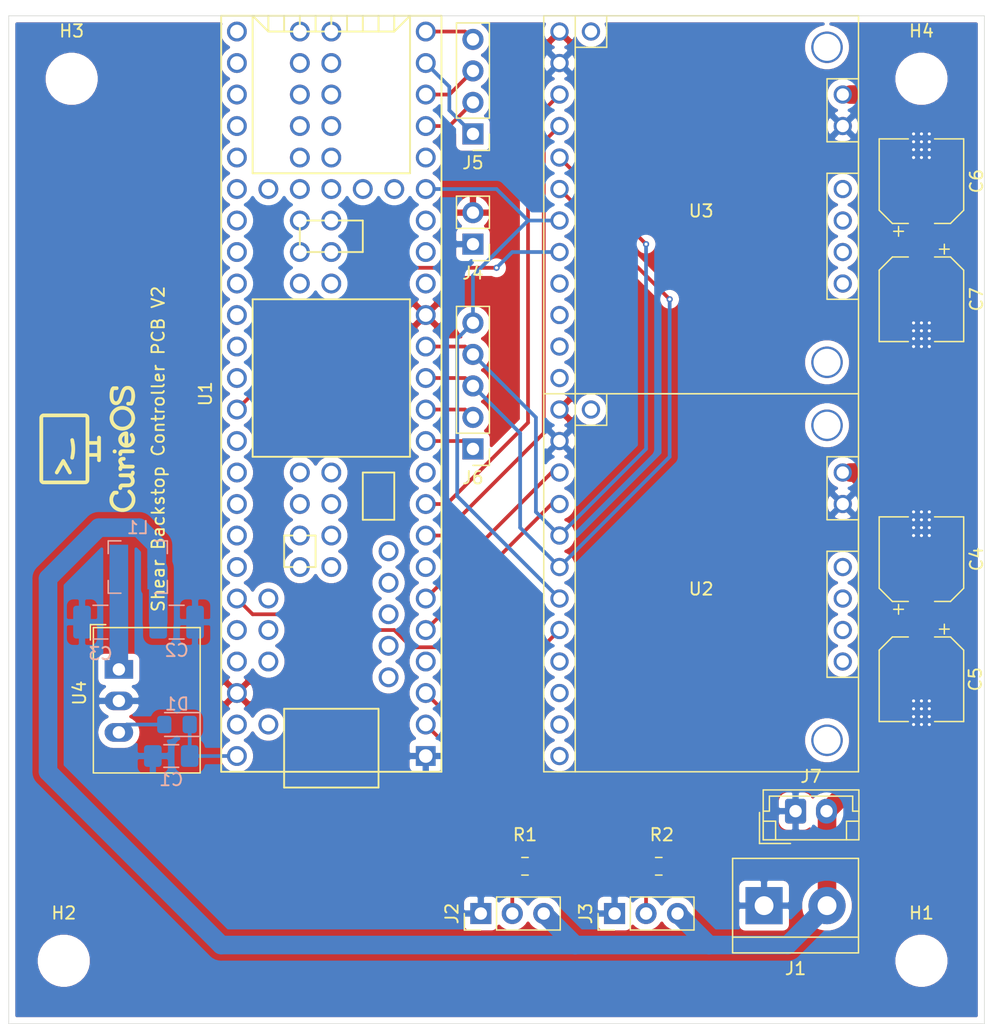
<source format=kicad_pcb>
(kicad_pcb (version 20171130) (host pcbnew 5.1.6)
  (layers (0 F.Cu signal) (31 B.Cu signal) (34 B.Paste user) (35 F.Paste user) (36 B.SilkS user) (37 F.SilkS user) (38 B.Mask user) (39 F.Mask user) (44 Edge.Cuts user))
  (net 0 "")
  (net 1 GND)
  (net 2 +3V3)
  (net 3 D\C)
  (net 4 CS3)
  (net 5 MOSI)
  (net 6 MISO)
  (net 7 CLK)
  (net 8 CS2)
  (net 9 CS1)
  (net 10 DIR2)
  (net 11 STEP2)
  (net 12 DIR1)
  (net 13 STEP1)
  (net 14 VDC)
  (net 15 END1)
  (net 16 END2)
  (net 17 XM)
  (net 18 YM)
  (net 19 XP)
  (net 20 YP)
  (net 21 +5V)
  (net 22 "Net-(C3-Pad1)")
  (net 23 "Net-(D1-Pad2)")
  (module CurieOS:CurieOS (layer F.Cu) (at 125.095 81.28 90)
    (fp_text reference G*** hide)
    (fp_text value LOGO hide)
  )
  (module Connector_JST:JST_EH_B2B-EH-A_1x02_P2.50mm_Vertical (layer F.Cu) (at 182.245 110.49)
    (fp_text reference J7 (at 1.25 -2.8) (layer F.SilkS))
    (fp_text value FAN)
    (pad 2 thru_hole oval (at 2.5 0) (size 1.7 2) (drill 1) (layers *.Cu *.Mask) (net 14 VDC))
    (pad 1 thru_hole roundrect (at 0 0) (size 1.7 2) (drill 1) (layers *.Cu *.Mask) (roundrect_rratio 0.147059) (net 1 GND))
  )
  (module AMIS30542:AMIS30542 (layer F.Cu) (at 174.625 92.075)
    (fp_text reference U2 (at 0 0.5) (layer F.SilkS))
    (fp_text value AMIS30542)
    (pad "" thru_hole circle (at 10.16 -12.7) (size 2.54 2.54) (drill 2.18) (layers *.Cu *.Mask))
    (pad "" thru_hole circle (at 10.16 12.7) (size 2.54 2.54) (drill 2.18) (layers *.Cu *.Mask))
    (pad 1 thru_hole circle (at -8.89 -13.97) (size 1.47 1.47) (drill 1) (layers *.Cu *.Mask))
    (pad 2 thru_hole circle (at -11.43 -13.97) (size 1.47 1.47) (drill 1) (layers *.Cu *.Mask) (net 2 +3V3))
    (pad 3 thru_hole circle (at -11.43 -11.43) (size 1.47 1.47) (drill 1) (layers *.Cu *.Mask) (net 1 GND))
    (pad 4 thru_hole circle (at -11.43 -8.89) (size 1.47 1.47) (drill 1) (layers *.Cu *.Mask) (net 13 STEP1))
    (pad 5 thru_hole circle (at -11.43 -6.35) (size 1.47 1.47) (drill 1) (layers *.Cu *.Mask) (net 12 DIR1))
    (pad 6 thru_hole circle (at -11.43 -3.81) (size 1.47 1.47) (drill 1) (layers *.Cu *.Mask) (net 6 MISO))
    (pad 7 thru_hole circle (at -11.43 -1.27) (size 1.47 1.47) (drill 1) (layers *.Cu *.Mask) (net 5 MOSI))
    (pad 8 thru_hole circle (at -11.43 1.27) (size 1.47 1.47) (drill 1) (layers *.Cu *.Mask) (net 7 CLK))
    (pad 9 thru_hole circle (at -11.43 3.81) (size 1.47 1.47) (drill 1) (layers *.Cu *.Mask) (net 4 CS3))
    (pad 10 thru_hole circle (at -11.43 6.35) (size 1.47 1.47) (drill 1) (layers *.Cu *.Mask))
    (pad 11 thru_hole circle (at -11.43 8.89) (size 1.47 1.47) (drill 1) (layers *.Cu *.Mask))
    (pad 12 thru_hole circle (at -11.43 11.43) (size 1.47 1.47) (drill 1) (layers *.Cu *.Mask))
    (pad 13 thru_hole circle (at -11.43 13.97) (size 1.47 1.47) (drill 1) (layers *.Cu *.Mask))
    (pad 14 thru_hole circle (at 11.43 -8.89) (size 1.47 1.47) (drill 1) (layers *.Cu *.Mask) (net 14 VDC))
    (pad 15 thru_hole circle (at 11.43 -6.35) (size 1.47 1.47) (drill 1) (layers *.Cu *.Mask) (net 1 GND))
    (pad 16 thru_hole circle (at 11.43 -1.27) (size 1.47 1.47) (drill 1) (layers *.Cu *.Mask))
    (pad 17 thru_hole circle (at 11.43 1.27) (size 1.47 1.47) (drill 1) (layers *.Cu *.Mask))
    (pad 18 thru_hole circle (at 11.43 3.81) (size 1.47 1.47) (drill 1) (layers *.Cu *.Mask))
    (pad 19 thru_hole circle (at 11.43 6.35) (size 1.47 1.47) (drill 1) (layers *.Cu *.Mask))
  )
  (module Connector_PinHeader_2.54mm:PinHeader_1x03_P2.54mm_Vertical (layer F.Cu) (at 167.64 118.745 90)
    (fp_text reference J3 (at 0 -2.33 90) (layer F.SilkS))
    (fp_text value ENDSTOP2)
    (pad 3 thru_hole oval (at 0 5.08 90) (size 1.7 1.7) (drill 1) (layers *.Cu *.Mask) (net 14 VDC))
    (pad 2 thru_hole oval (at 0 2.54 90) (size 1.7 1.7) (drill 1) (layers *.Cu *.Mask) (net 16 END2))
    (pad 1 thru_hole rect (at 0 0 90) (size 1.7 1.7) (drill 1) (layers *.Cu *.Mask) (net 1 GND))
  )
  (module Connector_PinHeader_2.54mm:PinHeader_1x03_P2.54mm_Vertical (layer F.Cu) (at 156.845 118.745 90)
    (fp_text reference J2 (at 0 -2.33 90) (layer F.SilkS))
    (fp_text value ENDSTOP1)
    (pad 3 thru_hole oval (at 0 5.08 90) (size 1.7 1.7) (drill 1) (layers *.Cu *.Mask) (net 14 VDC))
    (pad 2 thru_hole oval (at 0 2.54 90) (size 1.7 1.7) (drill 1) (layers *.Cu *.Mask) (net 15 END1))
    (pad 1 thru_hole rect (at 0 0 90) (size 1.7 1.7) (drill 1) (layers *.Cu *.Mask) (net 1 GND))
  )
  (module Connector_PinHeader_2.54mm:PinHeader_1x05_P2.54mm_Vertical (layer F.Cu) (at 156.21 81.28 180)
    (fp_text reference J6 (at 0 -2.33) (layer F.SilkS))
    (fp_text value LCD_SPI)
    (pad 5 thru_hole oval (at 0 10.16 180) (size 1.7 1.7) (drill 1) (layers *.Cu *.Mask) (net 7 CLK))
    (pad 4 thru_hole oval (at 0 7.62 180) (size 1.7 1.7) (drill 1) (layers *.Cu *.Mask) (net 6 MISO))
    (pad 3 thru_hole oval (at 0 5.08 180) (size 1.7 1.7) (drill 1) (layers *.Cu *.Mask) (net 5 MOSI))
    (pad 2 thru_hole oval (at 0 2.54 180) (size 1.7 1.7) (drill 1) (layers *.Cu *.Mask) (net 9 CS1))
    (pad 1 thru_hole rect (at 0 0 180) (size 1.7 1.7) (drill 1) (layers *.Cu *.Mask) (net 3 D\C))
  )
  (module Connector_PinHeader_2.54mm:PinHeader_1x04_P2.54mm_Vertical (layer F.Cu) (at 156.21 55.88 180)
    (fp_text reference J5 (at 0 -2.33) (layer F.SilkS))
    (fp_text value LCD_TOUCH)
    (pad 4 thru_hole oval (at 0 7.62 180) (size 1.7 1.7) (drill 1) (layers *.Cu *.Mask) (net 17 XM))
    (pad 3 thru_hole oval (at 0 5.08 180) (size 1.7 1.7) (drill 1) (layers *.Cu *.Mask) (net 18 YM))
    (pad 2 thru_hole oval (at 0 2.54 180) (size 1.7 1.7) (drill 1) (layers *.Cu *.Mask) (net 19 XP))
    (pad 1 thru_hole rect (at 0 0 180) (size 1.7 1.7) (drill 1) (layers *.Cu *.Mask) (net 20 YP))
  )
  (module Connector_PinHeader_2.54mm:PinHeader_1x02_P2.54mm_Vertical (layer F.Cu) (at 156.21 64.77 180)
    (fp_text reference J4 (at 0 -2.33) (layer F.SilkS))
    (fp_text value LCD_POWER)
    (pad 2 thru_hole oval (at 0 2.54 180) (size 1.7 1.7) (drill 1) (layers *.Cu *.Mask) (net 2 +3V3))
    (pad 1 thru_hole rect (at 0 0 180) (size 1.7 1.7) (drill 1) (layers *.Cu *.Mask) (net 1 GND))
  )
  (module Capacitor_SMD:CP_Elec_6.3x3 (layer F.Cu) (at 192.405 69.215 270)
    (fp_text reference C7 (at 0 -4.445 90) (layer F.SilkS))
    (fp_text value 47uF)
    (pad 2 smd roundrect (at 2.7 0 270) (size 3.5 1.6) (layers F.Cu F.Paste F.Mask) (roundrect_rratio 0.15625) (net 1 GND))
    (pad 1 smd roundrect (at -2.7 0 270) (size 3.5 1.6) (layers F.Cu F.Paste F.Mask) (roundrect_rratio 0.15625) (net 14 VDC))
  )
  (module Capacitor_SMD:CP_Elec_6.3x3 (layer F.Cu) (at 192.405 59.69 90)
    (fp_text reference C6 (at 0 4.445 90) (layer F.SilkS))
    (fp_text value 10uF)
    (pad 2 smd roundrect (at 2.7 0 90) (size 3.5 1.6) (layers F.Cu F.Paste F.Mask) (roundrect_rratio 0.15625) (net 1 GND))
    (pad 1 smd roundrect (at -2.7 0 90) (size 3.5 1.6) (layers F.Cu F.Paste F.Mask) (roundrect_rratio 0.15625) (net 14 VDC))
  )
  (module Capacitor_SMD:CP_Elec_6.3x3 (layer F.Cu) (at 192.405 99.855 270)
    (fp_text reference C5 (at 0 -4.35 90) (layer F.SilkS))
    (fp_text value 46uF)
    (pad 2 smd roundrect (at 2.7 0 270) (size 3.5 1.6) (layers F.Cu F.Paste F.Mask) (roundrect_rratio 0.15625) (net 1 GND))
    (pad 1 smd roundrect (at -2.7 0 270) (size 3.5 1.6) (layers F.Cu F.Paste F.Mask) (roundrect_rratio 0.15625) (net 14 VDC))
  )
  (module Capacitor_SMD:CP_Elec_6.3x3 (layer F.Cu) (at 192.405 90.17 90)
    (fp_text reference C4 (at 0 4.445 90) (layer F.SilkS))
    (fp_text value 10uF)
    (pad 2 smd roundrect (at 2.7 0 90) (size 3.5 1.6) (layers F.Cu F.Paste F.Mask) (roundrect_rratio 0.15625) (net 1 GND))
    (pad 1 smd roundrect (at -2.7 0 90) (size 3.5 1.6) (layers F.Cu F.Paste F.Mask) (roundrect_rratio 0.15625) (net 14 VDC))
  )
  (module Capacitor_SMD:C_1210_3225Metric_Pad1.42x2.65mm_HandSolder (layer B.Cu) (at 126.1475 95.25 180)
    (fp_text reference C3 (at 0 -2.54 180) (layer B.SilkS) (effects (justify mirror)))
    (fp_text value 3.3uF)
    (pad 2 smd roundrect (at 1.4875 0 180) (size 1.425 2.65) (layers B.Cu B.Paste B.Mask) (roundrect_rratio 0.175439) (net 1 GND))
    (pad 1 smd roundrect (at -1.4875 0 180) (size 1.425 2.65) (layers B.Cu B.Paste B.Mask) (roundrect_rratio 0.175439) (net 22 "Net-(C3-Pad1)"))
  )
  (module Capacitor_SMD:C_1210_3225Metric_Pad1.42x2.65mm_HandSolder (layer B.Cu) (at 132.2975 95.25)
    (fp_text reference C2 (at 0 2.28 180) (layer B.SilkS) (effects (justify mirror)))
    (fp_text value 10uF)
    (pad 2 smd roundrect (at 1.4875 0) (size 1.425 2.65) (layers B.Cu B.Paste B.Mask) (roundrect_rratio 0.175439) (net 1 GND))
    (pad 1 smd roundrect (at -1.4875 0) (size 1.425 2.65) (layers B.Cu B.Paste B.Mask) (roundrect_rratio 0.175439) (net 14 VDC))
  )
  (module Capacitor_SMD:C_1206_3216Metric_Pad1.42x1.75mm_HandSolder (layer B.Cu) (at 131.8625 106.045 180)
    (fp_text reference C1 (at 0 -1.905) (layer B.SilkS) (effects (justify mirror)))
    (fp_text value 10uF)
    (pad 2 smd roundrect (at 1.4875 0 180) (size 1.425 1.75) (layers B.Cu B.Paste B.Mask) (roundrect_rratio 0.175439) (net 1 GND))
    (pad 1 smd roundrect (at -1.4875 0 180) (size 1.425 1.75) (layers B.Cu B.Paste B.Mask) (roundrect_rratio 0.175439) (net 21 +5V))
  )
  (module MountingHole:MountingHole_3.2mm_M3_ISO7380 (layer F.Cu) (at 192.405 51.435)
    (fp_text reference H4 (at 0 -3.85) (layer F.SilkS))
    (fp_text value MountingHole)
    (pad 1 np_thru_hole circle (at 0 0) (size 3.2 3.2) (drill 3.2) (layers *.Cu *.Mask))
  )
  (module MountingHole:MountingHole_3.2mm_M3_ISO7380 (layer F.Cu) (at 123.825 51.435)
    (fp_text reference H3 (at 0 -3.85) (layer F.SilkS))
    (fp_text value MountingHole)
    (pad 1 np_thru_hole circle (at 0 0) (size 3.2 3.2) (drill 3.2) (layers *.Cu *.Mask))
  )
  (module MountingHole:MountingHole_3.2mm_M3_ISO7380 (layer F.Cu) (at 123.19 122.555)
    (fp_text reference H2 (at 0 -3.85) (layer F.SilkS))
    (fp_text value MountingHole)
    (pad 1 np_thru_hole circle (at 0 0) (size 3.2 3.2) (drill 3.2) (layers *.Cu *.Mask))
  )
  (module MountingHole:MountingHole_3.2mm_M3_ISO7380 (layer F.Cu) (at 192.405 122.555)
    (fp_text reference H1 (at 0 -3.85) (layer F.SilkS))
    (fp_text value MountingHole)
    (pad 1 np_thru_hole circle (at 0 0) (size 3.2 3.2) (drill 3.2) (layers *.Cu *.Mask))
  )
  (module teensy:Teensy35_36 (layer F.Cu) (at 144.78 76.835 90)
    (fp_text reference U1 (at 0 -10.16 90) (layer F.SilkS))
    (fp_text value Teensy3.5)
    (pad 17 thru_hole circle (at 11.43 7.62 90) (size 1.6 1.6) (drill 1.1) (layers *.Cu *.Mask))
    (pad 18 thru_hole circle (at 13.97 7.62 90) (size 1.6 1.6) (drill 1.1) (layers *.Cu *.Mask))
    (pad 19 thru_hole circle (at 16.51 7.62 90) (size 1.6 1.6) (drill 1.1) (layers *.Cu *.Mask) (net 7 CLK))
    (pad 20 thru_hole circle (at 19.05 7.62 90) (size 1.6 1.6) (drill 1.1) (layers *.Cu *.Mask))
    (pad 16 thru_hole circle (at 8.89 7.62 90) (size 1.6 1.6) (drill 1.1) (layers *.Cu *.Mask))
    (pad 15 thru_hole circle (at 6.35 7.62 90) (size 1.6 1.6) (drill 1.1) (layers *.Cu *.Mask) (net 2 +3V3))
    (pad 14 thru_hole circle (at 3.81 7.62 90) (size 1.6 1.6) (drill 1.1) (layers *.Cu *.Mask) (net 6 MISO))
    (pad 21 thru_hole circle (at 21.59 7.62 90) (size 1.6 1.6) (drill 1.1) (layers *.Cu *.Mask) (net 19 XP))
    (pad 22 thru_hole circle (at 24.13 7.62 90) (size 1.6 1.6) (drill 1.1) (layers *.Cu *.Mask) (net 18 YM))
    (pad 23 thru_hole circle (at 26.67 7.62 90) (size 1.6 1.6) (drill 1.1) (layers *.Cu *.Mask) (net 20 YP))
    (pad 24 thru_hole circle (at 29.21 7.62 90) (size 1.6 1.6) (drill 1.1) (layers *.Cu *.Mask) (net 17 XM))
    (pad 25 thru_hole circle (at 16.51 5.08 90) (size 1.6 1.6) (drill 1.1) (layers *.Cu *.Mask))
    (pad 26 thru_hole circle (at 16.51 2.54 90) (size 1.6 1.6) (drill 1.1) (layers *.Cu *.Mask))
    (pad 27 thru_hole circle (at 16.51 0 90) (size 1.6 1.6) (drill 1.1) (layers *.Cu *.Mask))
    (pad 28 thru_hole circle (at 16.51 -2.54 90) (size 1.6 1.6) (drill 1.1) (layers *.Cu *.Mask))
    (pad 29 thru_hole circle (at 16.51 -5.08 90) (size 1.6 1.6) (drill 1.1) (layers *.Cu *.Mask))
    (pad 30 thru_hole circle (at 29.21 -7.62 90) (size 1.6 1.6) (drill 1.1) (layers *.Cu *.Mask))
    (pad 31 thru_hole circle (at 26.67 -7.62 90) (size 1.6 1.6) (drill 1.1) (layers *.Cu *.Mask))
    (pad 32 thru_hole circle (at 24.13 -7.62 90) (size 1.6 1.6) (drill 1.1) (layers *.Cu *.Mask))
    (pad 33 thru_hole circle (at 21.59 -7.62 90) (size 1.6 1.6) (drill 1.1) (layers *.Cu *.Mask))
    (pad 34 thru_hole circle (at 19.05 -7.62 90) (size 1.6 1.6) (drill 1.1) (layers *.Cu *.Mask))
    (pad 35 thru_hole circle (at 16.51 -7.62 90) (size 1.6 1.6) (drill 1.1) (layers *.Cu *.Mask))
    (pad 36 thru_hole circle (at 13.97 -7.62 90) (size 1.6 1.6) (drill 1.1) (layers *.Cu *.Mask))
    (pad 37 thru_hole circle (at 11.43 -7.62 90) (size 1.6 1.6) (drill 1.1) (layers *.Cu *.Mask))
    (pad 13 thru_hole circle (at 1.27 7.62 90) (size 1.6 1.6) (drill 1.1) (layers *.Cu *.Mask) (net 5 MOSI))
    (pad 12 thru_hole circle (at -1.27 7.62 90) (size 1.6 1.6) (drill 1.1) (layers *.Cu *.Mask) (net 9 CS1))
    (pad 11 thru_hole circle (at -3.81 7.62 90) (size 1.6 1.6) (drill 1.1) (layers *.Cu *.Mask) (net 3 D\C))
    (pad 10 thru_hole circle (at -6.35 7.62 90) (size 1.6 1.6) (drill 1.1) (layers *.Cu *.Mask))
    (pad 9 thru_hole circle (at -8.89 7.62 90) (size 1.6 1.6) (drill 1.1) (layers *.Cu *.Mask) (net 11 STEP2))
    (pad 8 thru_hole circle (at -11.43 7.62 90) (size 1.6 1.6) (drill 1.1) (layers *.Cu *.Mask) (net 10 DIR2))
    (pad 7 thru_hole circle (at -13.97 7.62 90) (size 1.6 1.6) (drill 1.1) (layers *.Cu *.Mask))
    (pad 6 thru_hole circle (at -16.51 7.62 90) (size 1.6 1.6) (drill 1.1) (layers *.Cu *.Mask) (net 13 STEP1))
    (pad 5 thru_hole circle (at -19.05 7.62 90) (size 1.6 1.6) (drill 1.1) (layers *.Cu *.Mask) (net 12 DIR1))
    (pad 4 thru_hole circle (at -21.59 7.62 90) (size 1.6 1.6) (drill 1.1) (layers *.Cu *.Mask))
    (pad 3 thru_hole circle (at -24.13 7.62 90) (size 1.6 1.6) (drill 1.1) (layers *.Cu *.Mask) (net 16 END2))
    (pad 2 thru_hole circle (at -26.67 7.62 90) (size 1.6 1.6) (drill 1.1) (layers *.Cu *.Mask) (net 15 END1))
    (pad 1 thru_hole rect (at -29.21 7.62 90) (size 1.6 1.6) (drill 1.1) (layers *.Cu *.Mask) (net 1 GND))
    (pad 38 thru_hole circle (at 8.89 -7.62 90) (size 1.6 1.6) (drill 1.1) (layers *.Cu *.Mask))
    (pad 39 thru_hole circle (at 6.35 -7.62 90) (size 1.6 1.6) (drill 1.1) (layers *.Cu *.Mask))
    (pad 40 thru_hole circle (at 3.81 -7.62 90) (size 1.6 1.6) (drill 1.1) (layers *.Cu *.Mask))
    (pad 41 thru_hole circle (at 1.27 -7.62 90) (size 1.6 1.6) (drill 1.1) (layers *.Cu *.Mask))
    (pad 42 thru_hole circle (at -1.27 -7.62 90) (size 1.6 1.6) (drill 1.1) (layers *.Cu *.Mask) (net 8 CS2))
    (pad 43 thru_hole circle (at -3.81 -7.62 90) (size 1.6 1.6) (drill 1.1) (layers *.Cu *.Mask))
    (pad 44 thru_hole circle (at -6.35 -7.62 90) (size 1.6 1.6) (drill 1.1) (layers *.Cu *.Mask))
    (pad 45 thru_hole circle (at -8.89 -7.62 90) (size 1.6 1.6) (drill 1.1) (layers *.Cu *.Mask))
    (pad 46 thru_hole circle (at -11.43 -7.62 90) (size 1.6 1.6) (drill 1.1) (layers *.Cu *.Mask))
    (pad 47 thru_hole circle (at -13.97 -7.62 90) (size 1.6 1.6) (drill 1.1) (layers *.Cu *.Mask))
    (pad 48 thru_hole circle (at -16.51 -7.62 90) (size 1.6 1.6) (drill 1.1) (layers *.Cu *.Mask) (net 4 CS3))
    (pad 49 thru_hole circle (at -19.05 -7.62 90) (size 1.6 1.6) (drill 1.1) (layers *.Cu *.Mask))
    (pad 50 thru_hole circle (at -21.59 -7.62 90) (size 1.6 1.6) (drill 1.1) (layers *.Cu *.Mask))
    (pad 51 thru_hole circle (at -24.13 -7.62 90) (size 1.6 1.6) (drill 1.1) (layers *.Cu *.Mask) (net 2 +3V3))
    (pad 52 thru_hole circle (at -26.67 -7.62 90) (size 1.6 1.6) (drill 1.1) (layers *.Cu *.Mask))
    (pad 53 thru_hole circle (at -29.21 -7.62 90) (size 1.6 1.6) (drill 1.1) (layers *.Cu *.Mask) (net 21 +5V))
    (pad 54 thru_hole circle (at -26.67 -5.08 90) (size 1.6 1.6) (drill 1.1) (layers *.Cu *.Mask))
    (pad 55 thru_hole circle (at -21.59 -5.08 90) (size 1.6 1.6) (drill 1.1) (layers *.Cu *.Mask))
    (pad 56 thru_hole circle (at -19.05 -5.08 90) (size 1.6 1.6) (drill 1.1) (layers *.Cu *.Mask))
    (pad 57 thru_hole circle (at -16.51 -5.08 90) (size 1.6 1.6) (drill 1.1) (layers *.Cu *.Mask))
    (pad 63 thru_hole circle (at -13.97 0 90) (size 1.6 1.6) (drill 1.1) (layers *.Cu *.Mask))
    (pad 64 thru_hole circle (at -11.43 0 90) (size 1.6 1.6) (drill 1.1) (layers *.Cu *.Mask))
    (pad 65 thru_hole circle (at -8.89 0 90) (size 1.6 1.6) (drill 1.1) (layers *.Cu *.Mask))
    (pad 66 thru_hole circle (at -6.35 0 90) (size 1.6 1.6) (drill 1.1) (layers *.Cu *.Mask))
    (pad 67 thru_hole circle (at 8.89 0 90) (size 1.6 1.6) (drill 1.1) (layers *.Cu *.Mask))
    (pad 68 thru_hole circle (at 11.43 0 90) (size 1.6 1.6) (drill 1.1) (layers *.Cu *.Mask))
    (pad 69 thru_hole circle (at 13.97 0 90) (size 1.6 1.6) (drill 1.1) (layers *.Cu *.Mask))
    (pad 70 thru_hole circle (at 19.05 0 90) (size 1.6 1.6) (drill 1.1) (layers *.Cu *.Mask))
    (pad 71 thru_hole circle (at 21.59 0 90) (size 1.6 1.6) (drill 1.1) (layers *.Cu *.Mask))
    (pad 72 thru_hole circle (at 24.13 0 90) (size 1.6 1.6) (drill 1.1) (layers *.Cu *.Mask))
    (pad 73 thru_hole circle (at 26.67 0 90) (size 1.6 1.6) (drill 1.1) (layers *.Cu *.Mask))
    (pad 74 thru_hole circle (at 29.21 0 90) (size 1.6 1.6) (drill 1.1) (layers *.Cu *.Mask))
    (pad 75 thru_hole circle (at 29.21 -2.54 90) (size 1.6 1.6) (drill 1.1) (layers *.Cu *.Mask))
    (pad 76 thru_hole circle (at 26.67 -2.54 90) (size 1.6 1.6) (drill 1.1) (layers *.Cu *.Mask))
    (pad 77 thru_hole circle (at 24.13 -2.54 90) (size 1.6 1.6) (drill 1.1) (layers *.Cu *.Mask))
    (pad 78 thru_hole circle (at 21.59 -2.54 90) (size 1.6 1.6) (drill 1.1) (layers *.Cu *.Mask))
    (pad 79 thru_hole circle (at 19.05 -2.54 90) (size 1.6 1.6) (drill 1.1) (layers *.Cu *.Mask))
    (pad 80 thru_hole circle (at 13.97 -2.54 90) (size 1.6 1.6) (drill 1.1) (layers *.Cu *.Mask))
    (pad 81 thru_hole circle (at 11.43 -2.54 90) (size 1.6 1.6) (drill 1.1) (layers *.Cu *.Mask))
    (pad 82 thru_hole circle (at 8.89 -2.54 90) (size 1.6 1.6) (drill 1.1) (layers *.Cu *.Mask))
    (pad 83 thru_hole circle (at -6.35 -2.54 90) (size 1.6 1.6) (drill 1.1) (layers *.Cu *.Mask))
    (pad 84 thru_hole circle (at -8.89 -2.54 90) (size 1.6 1.6) (drill 1.1) (layers *.Cu *.Mask))
    (pad 85 thru_hole circle (at -11.43 -2.54 90) (size 1.6 1.6) (drill 1.1) (layers *.Cu *.Mask))
    (pad 86 thru_hole circle (at -13.97 -2.54 90) (size 1.6 1.6) (drill 1.1) (layers *.Cu *.Mask))
    (pad 58 thru_hole circle (at -22.86 4.62 90) (size 1.6 1.6) (drill 1.1) (layers *.Cu *.Mask))
    (pad 59 thru_hole circle (at -20.32 4.62 90) (size 1.6 1.6) (drill 1.1) (layers *.Cu *.Mask))
    (pad 60 thru_hole circle (at -17.78 4.62 90) (size 1.6 1.6) (drill 1.1) (layers *.Cu *.Mask))
    (pad 61 thru_hole circle (at -15.24 4.62 90) (size 1.6 1.6) (drill 1.1) (layers *.Cu *.Mask))
    (pad 62 thru_hole circle (at -12.7 4.62 90) (size 1.6 1.6) (drill 1.1) (layers *.Cu *.Mask))
  )
  (module Converter_DCDC:Converter_DCDC_RECOM_R-78E-0.5_THT (layer F.Cu) (at 127.635 99.06 270)
    (fp_text reference U4 (at 1.905 3.175 90) (layer F.SilkS))
    (fp_text value R-785.0-1.0)
    (pad 3 thru_hole oval (at 5.08 0 270) (size 1.5 2.3) (drill 1) (layers *.Cu *.Mask) (net 23 "Net-(D1-Pad2)"))
    (pad 2 thru_hole oval (at 2.54 0 270) (size 1.5 2.3) (drill 1) (layers *.Cu *.Mask) (net 1 GND))
    (pad 1 thru_hole rect (at 0 0 270) (size 1.5 2.3) (drill 1) (layers *.Cu *.Mask) (net 22 "Net-(C3-Pad1)"))
  )
  (module Resistor_SMD:R_0805_2012Metric_Pad1.15x1.40mm_HandSolder (layer F.Cu) (at 171.205 114.935 180)
    (fp_text reference R2 (at -0.245 2.54) (layer F.SilkS))
    (fp_text value 4k7)
    (pad 2 smd roundrect (at 1.025 0 180) (size 1.15 1.4) (layers F.Cu F.Paste F.Mask) (roundrect_rratio 0.217391) (net 16 END2))
    (pad 1 smd roundrect (at -1.025 0 180) (size 1.15 1.4) (layers F.Cu F.Paste F.Mask) (roundrect_rratio 0.217391) (net 2 +3V3))
  )
  (module Resistor_SMD:R_0805_2012Metric_Pad1.15x1.40mm_HandSolder (layer F.Cu) (at 160.41 114.935 180)
    (fp_text reference R1 (at 0 2.54) (layer F.SilkS))
    (fp_text value 4k7)
    (pad 2 smd roundrect (at 1.025 0 180) (size 1.15 1.4) (layers F.Cu F.Paste F.Mask) (roundrect_rratio 0.217391) (net 15 END1))
    (pad 1 smd roundrect (at -1.025 0 180) (size 1.15 1.4) (layers F.Cu F.Paste F.Mask) (roundrect_rratio 0.217391) (net 2 +3V3))
  )
  (module Inductor_SMD:L_Bourns-SRN4018 (layer B.Cu) (at 129.16 90.805 180)
    (fp_text reference L1 (at 0 3.175 180) (layer B.SilkS) (effects (justify mirror)))
    (fp_text value 5.6uH)
    (pad 2 smd rect (at 1.525 0 180) (size 1.5 3.6) (layers B.Cu B.Paste B.Mask) (net 22 "Net-(C3-Pad1)"))
    (pad 1 smd rect (at -1.525 0 180) (size 1.5 3.6) (layers B.Cu B.Paste B.Mask) (net 14 VDC))
  )
  (module Diode_SMD:D_0805_2012Metric_Pad1.15x1.40mm_HandSolder (layer B.Cu) (at 132.325 103.505 180)
    (fp_text reference D1 (at 0 1.65) (layer B.SilkS) (effects (justify mirror)))
    (fp_text value D_Schottky)
    (pad 2 smd roundrect (at 1.025 0 180) (size 1.15 1.4) (layers B.Cu B.Paste B.Mask) (roundrect_rratio 0.217391) (net 23 "Net-(D1-Pad2)"))
    (pad 1 smd roundrect (at -1.025 0 180) (size 1.15 1.4) (layers B.Cu B.Paste B.Mask) (roundrect_rratio 0.217391) (net 21 +5V))
  )
  (module TerminalBlock:TerminalBlock_bornier-2_P5.08mm (layer F.Cu) (at 179.705 118.11)
    (fp_text reference J1 (at 2.54 5.08) (layer F.SilkS))
    (fp_text value VIN)
    (pad 2 thru_hole circle (at 5.08 0) (size 3 3) (drill 1.52) (layers *.Cu *.Mask) (net 14 VDC))
    (pad 1 thru_hole rect (at 0 0) (size 3 3) (drill 1.52) (layers *.Cu *.Mask) (net 1 GND))
  )
  (module AMIS30542:AMIS30542 (layer F.Cu) (at 174.625 61.595)
    (fp_text reference U3 (at 0 0.5) (layer F.SilkS))
    (fp_text value AMIS30542)
    (pad 19 thru_hole circle (at 11.43 6.35) (size 1.47 1.47) (drill 1) (layers *.Cu *.Mask))
    (pad 18 thru_hole circle (at 11.43 3.81) (size 1.47 1.47) (drill 1) (layers *.Cu *.Mask))
    (pad 17 thru_hole circle (at 11.43 1.27) (size 1.47 1.47) (drill 1) (layers *.Cu *.Mask))
    (pad 16 thru_hole circle (at 11.43 -1.27) (size 1.47 1.47) (drill 1) (layers *.Cu *.Mask))
    (pad 15 thru_hole circle (at 11.43 -6.35) (size 1.47 1.47) (drill 1) (layers *.Cu *.Mask) (net 1 GND))
    (pad 14 thru_hole circle (at 11.43 -8.89) (size 1.47 1.47) (drill 1) (layers *.Cu *.Mask) (net 14 VDC))
    (pad 13 thru_hole circle (at -11.43 13.97) (size 1.47 1.47) (drill 1) (layers *.Cu *.Mask))
    (pad 12 thru_hole circle (at -11.43 11.43) (size 1.47 1.47) (drill 1) (layers *.Cu *.Mask))
    (pad 11 thru_hole circle (at -11.43 8.89) (size 1.47 1.47) (drill 1) (layers *.Cu *.Mask))
    (pad 10 thru_hole circle (at -11.43 6.35) (size 1.47 1.47) (drill 1) (layers *.Cu *.Mask))
    (pad 9 thru_hole circle (at -11.43 3.81) (size 1.47 1.47) (drill 1) (layers *.Cu *.Mask) (net 8 CS2))
    (pad 8 thru_hole circle (at -11.43 1.27) (size 1.47 1.47) (drill 1) (layers *.Cu *.Mask) (net 7 CLK))
    (pad 7 thru_hole circle (at -11.43 -1.27) (size 1.47 1.47) (drill 1) (layers *.Cu *.Mask) (net 5 MOSI))
    (pad 6 thru_hole circle (at -11.43 -3.81) (size 1.47 1.47) (drill 1) (layers *.Cu *.Mask) (net 6 MISO))
    (pad 5 thru_hole circle (at -11.43 -6.35) (size 1.47 1.47) (drill 1) (layers *.Cu *.Mask) (net 10 DIR2))
    (pad 4 thru_hole circle (at -11.43 -8.89) (size 1.47 1.47) (drill 1) (layers *.Cu *.Mask) (net 11 STEP2))
    (pad 3 thru_hole circle (at -11.43 -11.43) (size 1.47 1.47) (drill 1) (layers *.Cu *.Mask) (net 1 GND))
    (pad 2 thru_hole circle (at -11.43 -13.97) (size 1.47 1.47) (drill 1) (layers *.Cu *.Mask) (net 2 +3V3))
    (pad 1 thru_hole circle (at -8.89 -13.97) (size 1.47 1.47) (drill 1) (layers *.Cu *.Mask))
    (pad "" thru_hole circle (at 10.16 12.7) (size 2.54 2.54) (drill 2.18) (layers *.Cu *.Mask))
    (pad "" thru_hole circle (at 10.16 -12.7) (size 2.54 2.54) (drill 2.18) (layers *.Cu *.Mask))
  )
  (gr_text "Shear Backstop Controller PCB V2" (at 130.81 81.28 90) (layer F.SilkS) (effects (font (size 1 1))))
  (gr_line (start 118.745 127.635) (end 118.745 46.355) (layer Edge.Cuts) (width 0.05))
  (gr_line (start 197.485 127.635) (end 118.745 127.635) (layer Edge.Cuts) (width 0.05))
  (gr_line (start 197.485 46.355) (end 197.485 127.635) (layer Edge.Cuts) (width 0.05))
  (gr_line (start 118.745 46.355) (end 197.485 46.355) (layer Edge.Cuts) (width 0.05))
  (via (at 191.77 57.785) (size 0.5) (drill 0.25) (layers F.Cu B.Cu) (net 1))
  (via (at 191.77 57.15) (size 0.5) (drill 0.25) (layers F.Cu B.Cu) (net 1))
  (via (at 191.77 56.515) (size 0.5) (drill 0.25) (layers F.Cu B.Cu) (net 1))
  (via (at 191.77 55.88) (size 0.5) (drill 0.25) (layers F.Cu B.Cu) (net 1))
  (via (at 193.04 55.88) (size 0.5) (drill 0.25) (layers F.Cu B.Cu) (net 1))
  (via (at 193.04 56.515) (size 0.5) (drill 0.25) (layers F.Cu B.Cu) (net 1))
  (via (at 193.04 57.15) (size 0.5) (drill 0.25) (layers F.Cu B.Cu) (net 1))
  (via (at 193.04 57.785) (size 0.5) (drill 0.25) (layers F.Cu B.Cu) (net 1))
  (via (at 193.04 71.755) (size 0.5) (drill 0.25) (layers F.Cu B.Cu) (net 1))
  (via (at 193.04 72.39) (size 0.5) (drill 0.25) (layers F.Cu B.Cu) (net 1))
  (via (at 193.04 73.025) (size 0.5) (drill 0.25) (layers F.Cu B.Cu) (net 1))
  (via (at 191.77 73.025) (size 0.5) (drill 0.25) (layers F.Cu B.Cu) (net 1))
  (via (at 191.77 72.39) (size 0.5) (drill 0.25) (layers F.Cu B.Cu) (net 1))
  (via (at 191.77 71.755) (size 0.5) (drill 0.25) (layers F.Cu B.Cu) (net 1))
  (via (at 191.77 71.12) (size 0.5) (drill 0.25) (layers F.Cu B.Cu) (net 1))
  (via (at 193.04 71.12) (size 0.5) (drill 0.25) (layers F.Cu B.Cu) (net 1))
  (via (at 193.04 86.36) (size 0.5) (drill 0.25) (layers F.Cu B.Cu) (net 1))
  (via (at 191.77 86.36) (size 0.5) (drill 0.25) (layers F.Cu B.Cu) (net 1))
  (via (at 191.77 86.995) (size 0.5) (drill 0.25) (layers F.Cu B.Cu) (net 1))
  (via (at 193.04 86.995) (size 0.5) (drill 0.25) (layers F.Cu B.Cu) (net 1))
  (via (at 193.04 87.63) (size 0.5) (drill 0.25) (layers F.Cu B.Cu) (net 1))
  (via (at 191.77 87.63) (size 0.5) (drill 0.25) (layers F.Cu B.Cu) (net 1))
  (via (at 191.77 88.265) (size 0.5) (drill 0.25) (layers F.Cu B.Cu) (net 1))
  (via (at 193.04 88.265) (size 0.5) (drill 0.25) (layers F.Cu B.Cu) (net 1))
  (via (at 193.04 102.235) (size 0.5) (drill 0.25) (layers F.Cu B.Cu) (net 1))
  (via (at 193.04 102.87) (size 0.5) (drill 0.25) (layers F.Cu B.Cu) (net 1))
  (via (at 193.04 103.505) (size 0.5) (drill 0.25) (layers F.Cu B.Cu) (net 1))
  (via (at 191.77 103.505) (size 0.5) (drill 0.25) (layers F.Cu B.Cu) (net 1))
  (via (at 191.77 102.87) (size 0.5) (drill 0.25) (layers F.Cu B.Cu) (net 1))
  (via (at 191.77 102.235) (size 0.5) (drill 0.25) (layers F.Cu B.Cu) (net 1))
  (via (at 191.77 101.6) (size 0.5) (drill 0.25) (layers F.Cu B.Cu) (net 1))
  (via (at 193.04 101.6) (size 0.5) (drill 0.25) (layers F.Cu B.Cu) (net 1))
  (via (at 192.405 102.87) (size 0.5) (drill 0.25) (layers F.Cu B.Cu) (net 1))
  (via (at 192.405 102.235) (size 0.5) (drill 0.25) (layers F.Cu B.Cu) (net 1))
  (via (at 192.405 87.63) (size 0.5) (drill 0.25) (layers F.Cu B.Cu) (net 1))
  (via (at 192.405 86.995) (size 0.5) (drill 0.25) (layers F.Cu B.Cu) (net 1))
  (via (at 192.405 72.39) (size 0.5) (drill 0.25) (layers F.Cu B.Cu) (net 1))
  (via (at 192.405 71.755) (size 0.5) (drill 0.25) (layers F.Cu B.Cu) (net 1))
  (via (at 192.405 57.15) (size 0.5) (drill 0.25) (layers F.Cu B.Cu) (net 1))
  (via (at 192.405 56.515) (size 0.5) (drill 0.25) (layers F.Cu B.Cu) (net 1))
  (via (at 192.405 103.505) (size 0.5) (drill 0.25) (layers F.Cu B.Cu) (net 1))
  (via (at 192.405 101.6) (size 0.5) (drill 0.25) (layers F.Cu B.Cu) (net 1))
  (via (at 192.405 86.36) (size 0.5) (drill 0.25) (layers F.Cu B.Cu) (net 1))
  (via (at 192.405 88.265) (size 0.5) (drill 0.25) (layers F.Cu B.Cu) (net 1))
  (via (at 192.405 73.025) (size 0.5) (drill 0.25) (layers F.Cu B.Cu) (net 1))
  (via (at 192.405 71.12) (size 0.5) (drill 0.25) (layers F.Cu B.Cu) (net 1))
  (via (at 192.405 57.785) (size 0.5) (drill 0.25) (layers F.Cu B.Cu) (net 1))
  (via (at 192.405 55.88) (size 0.5) (drill 0.25) (layers F.Cu B.Cu) (net 1))
  (segment (start 155.575 80.645) (end 156.21 81.28) (width 0.3) (layer F.Cu) (net 3))
  (segment (start 152.4 80.645) (end 155.575 80.645) (width 0.3) (layer F.Cu) (net 3))
  (segment (start 137.16 93.345) (end 138.43 94.615) (width 0.3) (layer F.Cu) (net 4))
  (segment (start 138.43 94.615) (end 146.685 94.615) (width 0.3) (layer F.Cu) (net 4))
  (segment (start 146.685 94.615) (end 147.955 95.885) (width 0.3) (layer F.Cu) (net 4))
  (segment (start 147.955 95.885) (end 149.86 95.885) (width 0.3) (layer F.Cu) (net 4))
  (segment (start 161.805001 97.274999) (end 163.195 95.885) (width 0.3) (layer F.Cu) (net 4))
  (segment (start 151.249999 97.274999) (end 161.805001 97.274999) (width 0.3) (layer F.Cu) (net 4))
  (segment (start 149.86 95.885) (end 151.249999 97.274999) (width 0.3) (layer F.Cu) (net 4))
  (segment (start 160.02 87.63) (end 163.195 90.805) (width 0.3) (layer B.Cu) (net 5))
  (segment (start 156.21 76.2) (end 160.02 80.01) (width 0.3) (layer B.Cu) (net 5))
  (segment (start 160.02 80.01) (end 160.02 87.63) (width 0.3) (layer B.Cu) (net 5))
  (segment (start 155.575 75.565) (end 156.21 76.2) (width 0.3) (layer F.Cu) (net 5))
  (segment (start 152.4 75.565) (end 155.575 75.565) (width 0.3) (layer F.Cu) (net 5))
  (via (at 172.085 69.215) (size 0.5) (drill 0.25) (layers F.Cu B.Cu) (net 5))
  (segment (start 163.195 60.325) (end 172.085 69.215) (width 0.3) (layer F.Cu) (net 5))
  (segment (start 172.085 81.915) (end 172.085 69.215) (width 0.3) (layer B.Cu) (net 5))
  (segment (start 163.195 90.805) (end 172.085 81.915) (width 0.3) (layer B.Cu) (net 5))
  (segment (start 156.21 73.66) (end 161.29 78.74) (width 0.3) (layer B.Cu) (net 6))
  (segment (start 161.29 86.36) (end 163.195 88.265) (width 0.3) (layer B.Cu) (net 6))
  (segment (start 161.29 78.74) (end 161.29 86.36) (width 0.3) (layer B.Cu) (net 6))
  (segment (start 155.575 73.025) (end 156.21 73.66) (width 0.3) (layer F.Cu) (net 6))
  (segment (start 152.4 73.025) (end 155.575 73.025) (width 0.3) (layer F.Cu) (net 6))
  (segment (start 163.195 57.785) (end 168.91 63.5) (width 0.3) (layer F.Cu) (net 6))
  (via (at 170.18 64.77) (size 0.5) (drill 0.25) (layers F.Cu B.Cu) (net 6))
  (segment (start 168.91 63.5) (end 170.18 64.77) (width 0.3) (layer F.Cu) (net 6))
  (segment (start 163.195 88.265) (end 170.18 81.28) (width 0.3) (layer B.Cu) (net 6))
  (segment (start 170.18 81.28) (end 170.18 64.77) (width 0.3) (layer B.Cu) (net 6))
  (segment (start 154.94 85.09) (end 163.195 93.345) (width 0.3) (layer B.Cu) (net 7))
  (segment (start 156.21 71.12) (end 154.94 72.39) (width 0.3) (layer B.Cu) (net 7))
  (segment (start 154.94 72.39) (end 154.94 85.09) (width 0.3) (layer B.Cu) (net 7))
  (segment (start 163.195 62.865) (end 160.655 62.865) (width 0.3) (layer B.Cu) (net 7))
  (segment (start 158.115 60.325) (end 160.655 62.865) (width 0.3) (layer B.Cu) (net 7))
  (segment (start 152.4 60.325) (end 158.115 60.325) (width 0.3) (layer B.Cu) (net 7))
  (segment (start 156.21 67.31) (end 156.21 71.12) (width 0.3) (layer B.Cu) (net 7))
  (segment (start 160.655 62.865) (end 156.21 67.31) (width 0.3) (layer B.Cu) (net 7))
  (segment (start 137.16 78.105) (end 148.589996 66.675004) (width 0.3) (layer F.Cu) (net 8))
  (segment (start 159.385 65.405) (end 158.114996 66.675004) (width 0.3) (layer B.Cu) (net 8))
  (segment (start 148.589996 66.675004) (end 158.114996 66.675004) (width 0.3) (layer F.Cu) (net 8))
  (segment (start 163.195 65.405) (end 159.385 65.405) (width 0.3) (layer B.Cu) (net 8))
  (via (at 158.114996 66.675004) (size 0.5) (drill 0.25) (layers F.Cu B.Cu) (net 8))
  (segment (start 152.4 78.105) (end 155.575 78.105) (width 0.3) (layer F.Cu) (net 9))
  (segment (start 155.575 78.105) (end 156.21 78.74) (width 0.3) (layer F.Cu) (net 9))
  (segment (start 161.925 56.515) (end 163.195 55.245) (width 0.3) (layer F.Cu) (net 10))
  (segment (start 161.925 80.01) (end 161.925 56.515) (width 0.3) (layer F.Cu) (net 10))
  (segment (start 152.4 88.265) (end 153.67 88.265) (width 0.3) (layer F.Cu) (net 10))
  (segment (start 153.67 88.265) (end 161.925 80.01) (width 0.3) (layer F.Cu) (net 10))
  (segment (start 160.655 55.245) (end 163.195 52.705) (width 0.3) (layer F.Cu) (net 11))
  (segment (start 160.655 79.165002) (end 160.655 55.245) (width 0.3) (layer F.Cu) (net 11))
  (segment (start 152.4 85.725) (end 154.095002 85.725) (width 0.3) (layer F.Cu) (net 11))
  (segment (start 154.095002 85.725) (end 160.655 79.165002) (width 0.3) (layer F.Cu) (net 11))
  (segment (start 162.56 85.725) (end 163.195 85.725) (width 0.3) (layer F.Cu) (net 12))
  (segment (start 152.4 95.885) (end 162.56 85.725) (width 0.3) (layer F.Cu) (net 12))
  (segment (start 162.56 83.185) (end 163.195 83.185) (width 0.3) (layer F.Cu) (net 13))
  (segment (start 152.4 93.345) (end 162.56 83.185) (width 0.3) (layer F.Cu) (net 13))
  (segment (start 184.745 110.49) (end 184.785 110.49) (width 1.5) (layer B.Cu) (net 14))
  (segment (start 184.745 110.49) (end 184.785 110.49) (width 1.5) (layer F.Cu) (net 14))
  (segment (start 184.785 110.49) (end 189.865 105.41) (width 1.5) (layer F.Cu) (net 14))
  (segment (start 189.865 99.695) (end 192.405 97.155) (width 1.5) (layer F.Cu) (net 14))
  (segment (start 189.865 105.41) (end 189.865 99.695) (width 1.5) (layer F.Cu) (net 14))
  (segment (start 192.405 97.155) (end 192.405 92.87) (width 1.5) (layer F.Cu) (net 14))
  (segment (start 192.405 92.87) (end 189.865 90.33) (width 1.5) (layer F.Cu) (net 14))
  (segment (start 187.087802 83.185) (end 186.69 83.185) (width 1.5) (layer F.Cu) (net 14))
  (segment (start 189.865 85.962198) (end 187.087802 83.185) (width 1.5) (layer F.Cu) (net 14))
  (segment (start 189.865 90.33) (end 189.865 85.962198) (width 1.5) (layer F.Cu) (net 14))
  (segment (start 189.865 69.055) (end 192.405 66.515) (width 1.5) (layer F.Cu) (net 14))
  (segment (start 189.865 85.962198) (end 189.865 69.055) (width 1.5) (layer F.Cu) (net 14))
  (segment (start 192.405 66.515) (end 192.405 62.39) (width 1.5) (layer F.Cu) (net 14))
  (segment (start 187.729446 52.705) (end 186.69 52.705) (width 1.5) (layer F.Cu) (net 14))
  (segment (start 189.554999 54.530553) (end 187.729446 52.705) (width 1.5) (layer F.Cu) (net 14))
  (segment (start 189.554999 59.539999) (end 189.554999 54.530553) (width 1.5) (layer F.Cu) (net 14))
  (segment (start 192.405 62.39) (end 189.554999 59.539999) (width 1.5) (layer F.Cu) (net 14))
  (segment (start 184.785 110.53) (end 184.745 110.49) (width 1.5) (layer F.Cu) (net 14))
  (segment (start 184.785 118.11) (end 184.785 110.53) (width 1.5) (layer F.Cu) (net 14))
  (segment (start 184.785 118.11) (end 181.61 121.285) (width 1.5) (layer B.Cu) (net 14))
  (segment (start 175.26 121.285) (end 172.72 118.745) (width 1.5) (layer B.Cu) (net 14))
  (segment (start 181.61 121.285) (end 175.26 121.285) (width 1.5) (layer B.Cu) (net 14))
  (segment (start 164.465 121.285) (end 161.925 118.745) (width 1.5) (layer B.Cu) (net 14))
  (segment (start 175.26 121.285) (end 164.465 121.285) (width 1.5) (layer B.Cu) (net 14))
  (segment (start 130.81 90.93) (end 130.685 90.805) (width 1.5) (layer B.Cu) (net 14))
  (segment (start 130.81 95.25) (end 130.81 90.93) (width 1.5) (layer B.Cu) (net 14))
  (segment (start 130.685 89.054998) (end 130.685 90.805) (width 1.5) (layer B.Cu) (net 14))
  (segment (start 129.260002 87.63) (end 130.685 89.054998) (width 1.5) (layer B.Cu) (net 14))
  (segment (start 164.465 121.285) (end 135.89 121.285) (width 1.5) (layer B.Cu) (net 14))
  (segment (start 121.92 107.315) (end 121.92 91.719998) (width 1.5) (layer B.Cu) (net 14))
  (segment (start 121.92 91.719998) (end 126.009998 87.63) (width 1.5) (layer B.Cu) (net 14))
  (segment (start 135.89 121.285) (end 121.92 107.315) (width 1.5) (layer B.Cu) (net 14))
  (segment (start 126.009998 87.63) (end 129.260002 87.63) (width 1.5) (layer B.Cu) (net 14))
  (segment (start 159.385 110.49) (end 159.385 114.935) (width 0.3) (layer F.Cu) (net 15))
  (segment (start 152.4 103.505) (end 159.385 110.49) (width 0.3) (layer F.Cu) (net 15))
  (segment (start 159.385 118.745) (end 159.385 114.935) (width 0.3) (layer F.Cu) (net 15))
  (segment (start 152.4 100.965) (end 161.925 110.49) (width 0.3) (layer F.Cu) (net 16))
  (segment (start 165.735 110.49) (end 170.18 114.935) (width 0.3) (layer F.Cu) (net 16))
  (segment (start 161.925 110.49) (end 165.735 110.49) (width 0.3) (layer F.Cu) (net 16))
  (segment (start 170.18 114.935) (end 170.18 118.745) (width 0.3) (layer F.Cu) (net 16))
  (segment (start 155.575 47.625) (end 156.21 48.26) (width 0.3) (layer F.Cu) (net 17))
  (segment (start 152.4 47.625) (end 155.575 47.625) (width 0.3) (layer F.Cu) (net 17))
  (segment (start 154.305 52.705) (end 156.21 50.8) (width 0.3) (layer F.Cu) (net 18))
  (segment (start 152.4 52.705) (end 154.305 52.705) (width 0.3) (layer F.Cu) (net 18))
  (segment (start 154.305 55.245) (end 156.21 53.34) (width 0.3) (layer F.Cu) (net 19))
  (segment (start 152.4 55.245) (end 154.305 55.245) (width 0.3) (layer F.Cu) (net 19))
  (segment (start 154.305 53.975) (end 156.21 55.88) (width 0.3) (layer B.Cu) (net 20))
  (segment (start 152.4 50.165) (end 154.305 52.07) (width 0.3) (layer B.Cu) (net 20))
  (segment (start 154.305 52.07) (end 154.305 53.975) (width 0.3) (layer B.Cu) (net 20))
  (segment (start 133.35 106.045) (end 137.16 106.045) (width 0.3) (layer B.Cu) (net 21))
  (segment (start 133.35 106.045) (end 133.35 103.505) (width 0.3) (layer B.Cu) (net 21))
  (segment (start 127.635 90.805) (end 127.635 95.25) (width 1.5) (layer B.Cu) (net 22))
  (segment (start 127.635 95.25) (end 127.635 99.06) (width 1.5) (layer B.Cu) (net 22))
  (segment (start 128.27 103.505) (end 127.635 104.14) (width 0.3) (layer B.Cu) (net 23))
  (segment (start 131.3 103.505) (end 128.27 103.505) (width 0.3) (layer B.Cu) (net 23))
  (zone (net 1) (net_name GND) (layer B.Cu) (connect_pads (clearance 0.508)) (min_thickness 0.254) (fill yes (arc_segments 32) (thermal_gap 0.508) (thermal_bridge_width 0.508))
    (polygon (pts (xy 197.485 46.355) (xy 118.745 46.355) (xy 118.745 127.635) (xy 197.485 127.635)))
  )
  (zone (net 2) (net_name +3V3) (layer F.Cu) (connect_pads (clearance 0.508)) (min_thickness 0.254) (fill yes (arc_segments 32) (thermal_gap 0.508) (thermal_bridge_width 0.508))
    (polygon (pts (xy 197.485 127.635) (xy 118.745 127.635) (xy 118.745 46.355) (xy 197.485 46.355)))
  )
)
</source>
